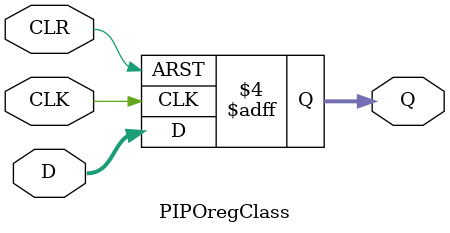
<source format=sv>
module PIPOregClass #(parameter N = 4)
(
    input [N-1:0] D,                                         //declare N-bit data input
    input CLK, CLR,                                         //declare clock and clear inputs
    output logic [N-1:0] Q                                //declare N-bit data output
);
    always_ff @ (posedge CLK, negedge CLR)         //detect change of clock or clear
        begin
            if (CLR==1'b0) Q <= 0;                         //register loaded with all 0’s
            else if (CLK==1'b1) Q <= D;                 //data input values loaded in register
        end
endmodule
</source>
